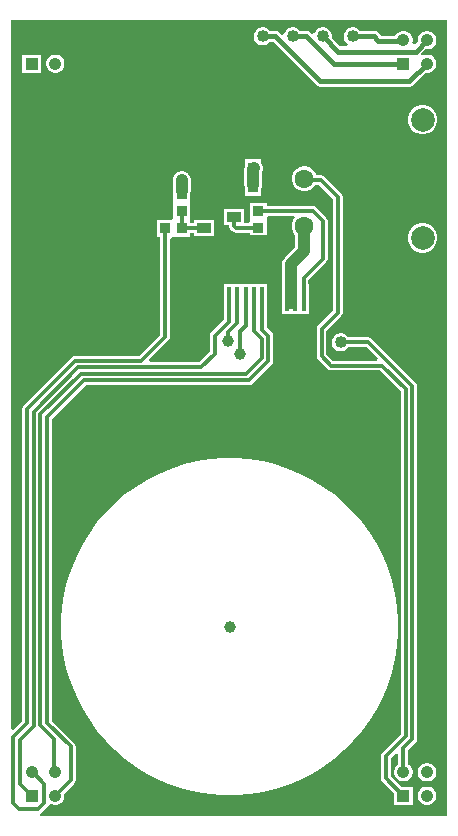
<source format=gbl>
G04*
G04 #@! TF.GenerationSoftware,Altium Limited,Altium Designer,21.3.2 (30)*
G04*
G04 Layer_Physical_Order=2*
G04 Layer_Color=16711680*
%FSTAX24Y24*%
%MOIN*%
G70*
G04*
G04 #@! TF.SameCoordinates,65AEA3AE-AEA4-4408-87EB-DFBB4D2FCE8C*
G04*
G04*
G04 #@! TF.FilePolarity,Positive*
G04*
G01*
G75*
%ADD17C,0.0120*%
%ADD18C,0.0394*%
%ADD19O,1.0157X0.0394*%
%ADD20C,0.0787*%
%ADD21C,0.0630*%
%ADD22C,0.0413*%
%ADD23R,0.0413X0.0413*%
%ADD25C,0.0394*%
%ADD26R,0.0138X0.0787*%
%ADD27R,0.0320X0.0380*%
%ADD28R,0.0380X0.0320*%
%ADD29R,0.0472X0.0335*%
%ADD30C,0.0400*%
%ADD31C,0.0150*%
G36*
X043556Y016054D02*
X029977D01*
X029969Y016133D01*
X030021Y016169D01*
X030229Y016376D01*
X030264Y016429D01*
X03035Y016453D01*
X030362Y016447D01*
X03044Y016426D01*
X03052D01*
X030598Y016447D01*
X030668Y016487D01*
X030725Y016544D01*
X030766Y016614D01*
X030787Y016692D01*
Y016773D01*
X030779Y016801D01*
X031115Y017137D01*
X031151Y01719D01*
X031163Y017253D01*
Y018375D01*
X031151Y018438D01*
X031115Y018491D01*
X030368Y019238D01*
Y029288D01*
X031497Y030416D01*
X03693D01*
X036993Y030429D01*
X037046Y030464D01*
X037693Y031111D01*
X037728Y031164D01*
X037741Y031227D01*
Y032062D01*
X037728Y032124D01*
X037693Y032177D01*
X037543Y032327D01*
Y0328D01*
X037549D01*
Y033787D01*
X036109D01*
Y0328D01*
X036114D01*
Y032607D01*
X035685Y032177D01*
X035649Y032124D01*
X035637Y032062D01*
Y031532D01*
X035288Y031183D01*
X033629D01*
X033599Y031257D01*
X034255Y031913D01*
X034291Y031966D01*
X034303Y032029D01*
Y035303D01*
X03436Y03536D01*
X03442Y03536D01*
X03448Y03536D01*
X03496D01*
Y035487D01*
X035114D01*
Y035383D01*
X035786D01*
Y035917D01*
X035114D01*
Y035813D01*
X03496D01*
Y035912D01*
X03499Y03598D01*
X03499D01*
X03499Y03598D01*
Y03646D01*
X03499Y03652D01*
X03499Y03658D01*
Y036829D01*
X034999Y0369D01*
Y03725D01*
X034997Y037269D01*
Y037289D01*
X034992Y037308D01*
X034989Y037327D01*
X034982Y037346D01*
X034977Y037365D01*
X034967Y037382D01*
X034959Y0374D01*
X034947Y037415D01*
X034938Y037432D01*
X034924Y037446D01*
X034912Y037462D01*
X034896Y037474D01*
X034882Y037488D01*
X034865Y037497D01*
X03485Y037509D01*
X034832Y037517D01*
X034815Y037527D01*
X034796Y037532D01*
X034777Y037539D01*
X034758Y037542D01*
X034739Y037547D01*
X034719D01*
X0347Y037549D01*
X034681Y037547D01*
X034661D01*
X034642Y037542D01*
X034623Y037539D01*
X034604Y037532D01*
X034585Y037527D01*
X034568Y037517D01*
X03455Y037509D01*
X034535Y037497D01*
X034518Y037488D01*
X034504Y037474D01*
X034488Y037462D01*
X034476Y037446D01*
X034462Y037432D01*
X034453Y037415D01*
X034441Y0374D01*
X034433Y037382D01*
X034423Y037365D01*
X034418Y037346D01*
X034411Y037327D01*
X034408Y037308D01*
X034403Y037289D01*
Y037269D01*
X034401Y03725D01*
Y0369D01*
X03441Y036829D01*
X03441Y03652D01*
X03441Y03646D01*
Y036016D01*
X034405Y035977D01*
X034347Y03594D01*
X03388D01*
Y03536D01*
X033977D01*
Y032096D01*
X033284Y031403D01*
X031156D01*
X031156Y031403D01*
X031093Y03139D01*
X03104Y031355D01*
X029429Y029744D01*
X029394Y029691D01*
X029381Y029629D01*
Y019223D01*
X029079Y01892D01*
X029005Y01895D01*
X029005Y042587D01*
X043556D01*
X043556Y016054D01*
D02*
G37*
%LPC*%
G36*
X04044Y04235D02*
X04036D01*
X040284Y04233D01*
X040216Y04229D01*
X04016Y042234D01*
X04012Y042166D01*
X0401Y04209D01*
Y04201D01*
X04012Y041934D01*
X04016Y041866D01*
X040216Y04181D01*
X040239Y041797D01*
X040217Y041717D01*
X039986D01*
X039698Y042004D01*
X0397Y04201D01*
Y04209D01*
X03968Y042166D01*
X03964Y042234D01*
X039584Y04229D01*
X039516Y04233D01*
X039439Y04235D01*
X03936D01*
X039284Y04233D01*
X039216Y04229D01*
X03916Y042234D01*
X03912Y042166D01*
X039116Y042151D01*
X039027Y042127D01*
X038978Y042176D01*
X03892Y042215D01*
X038851Y042228D01*
X038643D01*
X03864Y042234D01*
X038584Y04229D01*
X038516Y04233D01*
X03844Y04235D01*
X038361D01*
X038284Y04233D01*
X038216Y04229D01*
X03816Y042234D01*
X03812Y042166D01*
X03811Y042127D01*
X038024Y042099D01*
X037947Y042176D01*
X03789Y042215D01*
X037821Y042228D01*
X037643D01*
X03764Y042234D01*
X037584Y04229D01*
X037516Y04233D01*
X037439Y04235D01*
X03736D01*
X037284Y04233D01*
X037216Y04229D01*
X03716Y042234D01*
X03712Y042166D01*
X0371Y04209D01*
Y04201D01*
X03712Y041934D01*
X03716Y041866D01*
X037216Y04181D01*
X037284Y04177D01*
X03736Y04175D01*
X037439D01*
X037516Y04177D01*
X037584Y04181D01*
X03764Y041866D01*
X037643Y041872D01*
X037747D01*
X039195Y040424D01*
X039195Y040424D01*
X039253Y040385D01*
X039321Y040372D01*
X04229D01*
X042358Y040385D01*
X042416Y040424D01*
X042821Y040829D01*
X042832Y040826D01*
X042913D01*
X042991Y040847D01*
X043061Y040887D01*
X043118Y040944D01*
X043158Y041014D01*
X043179Y041092D01*
Y041173D01*
X043158Y041251D01*
X043118Y041321D01*
X043061Y041378D01*
X042991Y041418D01*
X042913Y041439D01*
X042832D01*
X042754Y041418D01*
X042712Y041394D01*
X042663Y041458D01*
X042821Y041616D01*
X042832Y041613D01*
X042913D01*
X042991Y041634D01*
X043061Y041675D01*
X043118Y041732D01*
X043158Y041802D01*
X043179Y04188D01*
Y04196D01*
X043158Y042038D01*
X043118Y042108D01*
X043061Y042165D01*
X042991Y042206D01*
X042913Y042227D01*
X042832D01*
X042754Y042206D01*
X042684Y042165D01*
X042627Y042108D01*
X042586Y042038D01*
X042566Y04196D01*
Y04188D01*
X042568Y041869D01*
X042473Y041774D01*
X042445Y041777D01*
X042388Y041866D01*
X042392Y04188D01*
Y04196D01*
X042371Y042038D01*
X04233Y042108D01*
X042273Y042165D01*
X042203Y042206D01*
X042125Y042227D01*
X042044D01*
X041966Y042206D01*
X041896Y042165D01*
X041839Y042108D01*
X041819Y042073D01*
X041329D01*
X041226Y042176D01*
X041168Y042215D01*
X0411Y042228D01*
X040643D01*
X04064Y042234D01*
X040584Y04229D01*
X040516Y04233D01*
X04044Y04235D01*
D02*
G37*
G36*
X03052Y041439D02*
X03044D01*
X030362Y041418D01*
X030292Y041378D01*
X030235Y041321D01*
X030194Y041251D01*
X030173Y041173D01*
Y041092D01*
X030194Y041014D01*
X030235Y040944D01*
X030292Y040887D01*
X030362Y040847D01*
X03044Y040826D01*
X03052D01*
X030598Y040847D01*
X030668Y040887D01*
X030725Y040944D01*
X030766Y041014D01*
X030787Y041092D01*
Y041173D01*
X030766Y041251D01*
X030725Y041321D01*
X030668Y041378D01*
X030598Y041418D01*
X03052Y041439D01*
D02*
G37*
G36*
X029999D02*
X029386D01*
Y040826D01*
X029999D01*
Y041439D01*
D02*
G37*
G36*
X04279Y039762D02*
X04266D01*
X042534Y039729D01*
X042422Y039664D01*
X04233Y039572D01*
X042265Y039459D01*
X042231Y039334D01*
Y039204D01*
X042265Y039078D01*
X04233Y038965D01*
X042422Y038873D01*
X042534Y038808D01*
X04266Y038775D01*
X04279D01*
X042915Y038808D01*
X043028Y038873D01*
X04312Y038965D01*
X043185Y039078D01*
X043218Y039204D01*
Y039334D01*
X043185Y039459D01*
X04312Y039572D01*
X043028Y039664D01*
X042915Y039729D01*
X04279Y039762D01*
D02*
G37*
G36*
X03734Y03796D02*
X03682D01*
Y037778D01*
X036791Y037707D01*
X036781Y03763D01*
Y0371D01*
X036791Y037023D01*
X03682Y036952D01*
Y03673D01*
X03734D01*
Y036952D01*
X037369Y037023D01*
X037379Y0371D01*
Y037546D01*
X037382Y037554D01*
X037389Y037573D01*
X037392Y037592D01*
X037397Y037611D01*
Y037631D01*
X037399Y03765D01*
X037397Y037669D01*
Y037689D01*
X037392Y037708D01*
X037389Y037727D01*
X037382Y037746D01*
X037377Y037765D01*
X037367Y037782D01*
X037359Y0378D01*
X037347Y037815D01*
X03734Y037828D01*
Y03796D01*
D02*
G37*
G36*
X03754Y03649D02*
X03696D01*
Y03589D01*
X036903Y035833D01*
X03677D01*
Y036291D01*
X036098D01*
Y035757D01*
X036271D01*
Y03574D01*
X036284Y035678D01*
X036319Y035625D01*
X036389Y035555D01*
X036442Y035519D01*
X036505Y035507D01*
X03696D01*
Y03541D01*
X03754D01*
Y03601D01*
X037597Y036067D01*
X038429D01*
X038463Y035987D01*
X038456Y03598D01*
X038401Y035885D01*
X038373Y03578D01*
Y035671D01*
X038401Y035565D01*
X038456Y03547D01*
X038488Y035438D01*
Y035016D01*
X038134Y034662D01*
X038086Y0346D01*
X038056Y034527D01*
X038046Y03445D01*
Y033787D01*
X038038D01*
Y0328D01*
X038927D01*
Y033787D01*
X038921D01*
Y033925D01*
X03952Y034524D01*
X039556Y034577D01*
X039568Y034639D01*
Y035887D01*
X039556Y03595D01*
X03952Y036003D01*
X039178Y036345D01*
X039125Y036381D01*
X039062Y036393D01*
X03754D01*
Y03649D01*
D02*
G37*
G36*
X04279Y035825D02*
X04266D01*
X042534Y035792D01*
X042422Y035727D01*
X04233Y035635D01*
X042265Y035522D01*
X042231Y035396D01*
Y035266D01*
X042265Y035141D01*
X04233Y035028D01*
X042422Y034936D01*
X042534Y034871D01*
X04266Y034838D01*
X04279D01*
X042915Y034871D01*
X043028Y034936D01*
X04312Y035028D01*
X043185Y035141D01*
X043218Y035266D01*
Y035396D01*
X043185Y035522D01*
X04312Y035635D01*
X043028Y035727D01*
X042915Y035792D01*
X04279Y035825D01*
D02*
G37*
G36*
X042913Y017827D02*
X042832D01*
X042754Y017806D01*
X042684Y017765D01*
X042627Y017708D01*
X042586Y017638D01*
X042566Y01756D01*
Y01748D01*
X042586Y017402D01*
X042627Y017332D01*
X042684Y017275D01*
X042754Y017234D01*
X042832Y017213D01*
X042913D01*
X042991Y017234D01*
X043061Y017275D01*
X043118Y017332D01*
X043158Y017402D01*
X043179Y01748D01*
Y01756D01*
X043158Y017638D01*
X043118Y017708D01*
X043061Y017765D01*
X042991Y017806D01*
X042913Y017827D01*
D02*
G37*
G36*
X038842Y037715D02*
X038733D01*
X038628Y037687D01*
X038533Y037632D01*
X038456Y037555D01*
X038401Y03746D01*
X038373Y037355D01*
Y037245D01*
X038401Y03714D01*
X038456Y037045D01*
X038533Y036968D01*
X038628Y036913D01*
X038733Y036885D01*
X038842D01*
X038948Y036913D01*
X039043Y036968D01*
X03912Y037045D01*
X039144Y037087D01*
X039282D01*
X039737Y036632D01*
Y032905D01*
X039243Y032411D01*
X039207Y032358D01*
X039195Y032295D01*
Y031392D01*
X039207Y03133D01*
X039243Y031277D01*
X039562Y030957D01*
X039615Y030921D01*
X039678Y030909D01*
X041317D01*
X042004Y030222D01*
Y018778D01*
X041385Y018159D01*
X041349Y018106D01*
X041337Y018044D01*
Y017317D01*
X041349Y017255D01*
X041385Y017202D01*
X041778Y016809D01*
Y016426D01*
X042392D01*
Y017039D01*
X042009D01*
X041663Y017385D01*
Y017976D01*
X041848Y018161D01*
X041922Y01813D01*
Y01778D01*
X041896Y017765D01*
X041839Y017708D01*
X041799Y017638D01*
X041778Y01756D01*
Y01748D01*
X041799Y017402D01*
X041839Y017332D01*
X041896Y017275D01*
X041966Y017234D01*
X042044Y017213D01*
X042125D01*
X042203Y017234D01*
X042273Y017275D01*
X04233Y017332D01*
X042371Y017402D01*
X042392Y01748D01*
Y01756D01*
X042371Y017638D01*
X04233Y017708D01*
X042273Y017765D01*
X042248Y01778D01*
Y01825D01*
X042503Y018504D01*
X042538Y018557D01*
X04255Y01862D01*
Y030381D01*
X042538Y030443D01*
X042503Y030496D01*
X041034Y031965D01*
X040981Y032001D01*
X040918Y032013D01*
X040252D01*
X04024Y032034D01*
X040184Y03209D01*
X040116Y03213D01*
X04004Y03215D01*
X03996D01*
X039884Y03213D01*
X039816Y03209D01*
X03976Y032034D01*
X03972Y031966D01*
X0397Y03189D01*
Y031811D01*
X03972Y031734D01*
X03976Y031666D01*
X039816Y03161D01*
X039884Y03157D01*
X03996Y03155D01*
X04004D01*
X040116Y03157D01*
X040184Y03161D01*
X04024Y031666D01*
X040252Y031687D01*
X040851D01*
X041228Y031309D01*
X041198Y031235D01*
X039745D01*
X039521Y03146D01*
Y032228D01*
X040015Y032722D01*
X040051Y032775D01*
X040063Y032837D01*
Y0367D01*
X040051Y036762D01*
X040015Y036815D01*
X039465Y037365D01*
X039412Y037401D01*
X03935Y037413D01*
X039187D01*
X039174Y03746D01*
X03912Y037555D01*
X039043Y037632D01*
X038948Y037687D01*
X038842Y037715D01*
D02*
G37*
G36*
X036516Y027982D02*
X036075D01*
X035635Y027947D01*
X0352Y027878D01*
X034771Y027775D01*
X034352Y027639D01*
X033944Y02747D01*
X033551Y02727D01*
X033175Y02704D01*
X032818Y02678D01*
X032483Y026494D01*
X032171Y026182D01*
X031885Y025847D01*
X031626Y02549D01*
X031395Y025114D01*
X031195Y024721D01*
X031026Y024314D01*
X03089Y023894D01*
X030787Y023466D01*
X030718Y02303D01*
X030684Y02259D01*
Y02215D01*
X030718Y02171D01*
X030787Y021274D01*
X03089Y020846D01*
X031026Y020426D01*
X031195Y020019D01*
X031395Y019626D01*
X031626Y01925D01*
X031885Y018893D01*
X032171Y018558D01*
X032483Y018246D01*
X032818Y01796D01*
X033175Y0177D01*
X033551Y01747D01*
X033944Y01727D01*
X034352Y017101D01*
X034771Y016965D01*
X0352Y016862D01*
X035635Y016793D01*
X036075Y016758D01*
X036516D01*
X036955Y016793D01*
X037391Y016862D01*
X03782Y016965D01*
X038239Y017101D01*
X038647Y01727D01*
X03904Y01747D01*
X039416Y0177D01*
X039772Y01796D01*
X040108Y018246D01*
X040419Y018558D01*
X040706Y018893D01*
X040965Y01925D01*
X041195Y019626D01*
X041396Y020019D01*
X041564Y020426D01*
X041701Y020846D01*
X041804Y021274D01*
X041873Y02171D01*
X041907Y02215D01*
Y02259D01*
X041873Y02303D01*
X041804Y023466D01*
X041701Y023894D01*
X041564Y024314D01*
X041396Y024721D01*
X041195Y025114D01*
X040965Y02549D01*
X040706Y025847D01*
X040419Y026182D01*
X040108Y026494D01*
X039772Y02678D01*
X039416Y02704D01*
X03904Y02727D01*
X038647Y02747D01*
X038239Y027639D01*
X03782Y027775D01*
X037391Y027878D01*
X036955Y027947D01*
X036516Y027982D01*
D02*
G37*
G36*
X042913Y017039D02*
X042832D01*
X042754Y017018D01*
X042684Y016978D01*
X042627Y016921D01*
X042586Y016851D01*
X042566Y016773D01*
Y016692D01*
X042586Y016614D01*
X042627Y016544D01*
X042684Y016487D01*
X042754Y016447D01*
X042832Y016426D01*
X042913D01*
X042991Y016447D01*
X043061Y016487D01*
X043118Y016544D01*
X043158Y016614D01*
X043179Y016692D01*
Y016773D01*
X043158Y016851D01*
X043118Y016921D01*
X043061Y016978D01*
X042991Y017018D01*
X042913Y017039D01*
D02*
G37*
%LPD*%
D17*
X036505Y03567D02*
X03725D01*
X036434Y03574D02*
X036505Y03567D01*
X036434Y03574D02*
Y036024D01*
X039405Y034639D02*
Y035887D01*
X038758Y033992D02*
X039405Y034639D01*
X039062Y03623D02*
X039405Y035887D01*
X03725Y03623D02*
X039062D01*
X038758Y033293D02*
Y033992D01*
X0399Y032837D02*
Y0367D01*
X038838Y03725D02*
X03935D01*
X038788Y0373D02*
X038838Y03725D01*
X03935D02*
X0399Y0367D01*
X031156Y03124D02*
X033351D01*
X03414Y032029D02*
Y03565D01*
X033351Y03124D02*
X03414Y032029D01*
X031338Y0308D02*
X036839D01*
X03693Y03058D02*
X037578Y031227D01*
X031429Y03058D02*
X03693D01*
X035356Y03102D02*
X0358Y031464D01*
X031247Y03102D02*
X035356D01*
X029765Y029537D02*
X031247Y03102D01*
X036839Y0308D02*
X037358Y031318D01*
X029985Y029446D02*
X031338Y0308D01*
X029545Y029629D02*
X031156Y03124D01*
X030205Y029355D02*
X031429Y03058D01*
X037578Y031227D02*
Y032062D01*
X037358Y031318D02*
Y031971D01*
X03665Y03145D02*
Y032223D01*
X036829Y032402D02*
Y033293D01*
X03665Y032223D02*
X036829Y032402D01*
X03625Y032197D02*
X036553Y032501D01*
Y033293D01*
X03625Y0319D02*
Y032197D01*
X0358Y031464D02*
Y032062D01*
X036278Y032539D01*
Y033293D01*
X03738Y032259D02*
X037578Y032062D01*
X03738Y032259D02*
Y033293D01*
X0371Y032228D02*
X037358Y031971D01*
X0371Y032228D02*
Y0327D01*
X037104Y032704D02*
Y033293D01*
X039358Y032295D02*
X0399Y032837D01*
X039358Y031392D02*
X039678Y031072D01*
X039358Y031392D02*
Y032295D01*
X040918Y03185D02*
X042387Y030381D01*
X04Y03185D02*
X040918D01*
X029906Y016284D02*
X030113Y016491D01*
X029287Y016284D02*
X029906D01*
X030113Y016491D02*
Y01714D01*
X02908Y016492D02*
X029287Y016284D01*
X041385Y031072D02*
X042167Y03029D01*
X039678Y031072D02*
X041385D01*
X042167Y018711D02*
Y03029D01*
X042387Y01862D02*
Y030381D01*
X0415Y018044D02*
X042167Y018711D01*
X042085Y018317D02*
X042387Y01862D01*
X0293Y017125D02*
Y018599D01*
X02908Y016492D02*
Y018691D01*
X029545Y019155D02*
Y029629D01*
X02908Y018691D02*
X029545Y019155D01*
X0293Y018599D02*
X029765Y019064D01*
Y029537D01*
X029733Y01752D02*
X030113Y01714D01*
X029693Y01752D02*
X029733D01*
X0293Y017125D02*
X029693Y016733D01*
X029985Y01908D02*
Y029446D01*
X030205Y019171D02*
Y029355D01*
X0347Y03565D02*
Y03624D01*
Y03565D02*
X03545D01*
X042085Y01752D02*
Y018317D01*
X0415Y017317D02*
Y018044D01*
X029985Y01908D02*
X03045Y018614D01*
Y01755D02*
Y018614D01*
X031Y017253D02*
Y018375D01*
X030205Y019171D02*
X031Y018375D01*
X03045Y01755D02*
X03048Y01752D01*
X0415Y017317D02*
X042085Y016733D01*
X03048D02*
X031Y017253D01*
X0371Y0327D02*
X037104Y032704D01*
D18*
X038346Y03315D02*
Y03445D01*
X03708Y03763D02*
X0371Y03765D01*
X038788Y034892D02*
Y035725D01*
X038346Y03445D02*
X038788Y034892D01*
X0347Y0369D02*
Y03725D01*
X03708Y0371D02*
Y03763D01*
D19*
X036295Y02975D02*
D03*
D20*
X042725Y035331D02*
D03*
Y039269D02*
D03*
D21*
X038788Y0373D02*
D03*
Y038875D02*
D03*
Y035725D02*
D03*
D22*
X042872Y04192D02*
D03*
X042085D02*
D03*
X042872Y041133D02*
D03*
X03048Y04192D02*
D03*
X029693D02*
D03*
X03048Y041133D02*
D03*
Y01752D02*
D03*
X029693D02*
D03*
X03048Y016733D02*
D03*
X042872Y01752D02*
D03*
X042085D02*
D03*
X042872Y016733D02*
D03*
D23*
X042085Y041133D02*
D03*
X029693D02*
D03*
Y016733D02*
D03*
X042085D02*
D03*
D25*
X036295Y02237D02*
D03*
X03625Y0319D02*
D03*
X03665Y03145D02*
D03*
X0406Y0323D02*
D03*
Y03415D02*
D03*
Y036D02*
D03*
Y03785D02*
D03*
Y0397D02*
D03*
X0319Y0323D02*
D03*
Y03415D02*
D03*
Y036D02*
D03*
Y03785D02*
D03*
Y0397D02*
D03*
X0347Y03725D02*
D03*
X0371Y03765D02*
D03*
D26*
X036278Y033293D02*
D03*
X036002D02*
D03*
X039034D02*
D03*
X038758D02*
D03*
X038482D02*
D03*
X038207D02*
D03*
X037931D02*
D03*
X036829D02*
D03*
X037656D02*
D03*
X03738D02*
D03*
X036553D02*
D03*
X037104D02*
D03*
D27*
X0347Y03565D02*
D03*
X03414D02*
D03*
X03708Y03702D02*
D03*
X03652D02*
D03*
X03708Y03767D02*
D03*
X03652D02*
D03*
D28*
X0347Y0368D02*
D03*
Y03624D02*
D03*
X03725Y03567D02*
D03*
Y03623D02*
D03*
D29*
X036434Y036024D02*
D03*
X035452Y036394D02*
D03*
X03545Y03565D02*
D03*
D30*
X0394Y04205D02*
D03*
X0404D02*
D03*
X0384D02*
D03*
X0374D02*
D03*
X04Y03185D02*
D03*
D31*
X0384Y04205D02*
X038851D01*
X039769Y041133D01*
X042085D01*
X037821Y04205D02*
X039321Y04055D01*
X0374Y04205D02*
X037821D01*
X039321Y04055D02*
X04229D01*
X0411Y04205D02*
X041255Y041895D01*
X04206D01*
X042085Y04192D01*
X042491Y041538D02*
X042872Y04192D01*
X0394Y04205D02*
X039912Y041538D01*
X042491D01*
X0404Y04205D02*
X0411D01*
X04229Y04055D02*
X042872Y041133D01*
M02*

</source>
